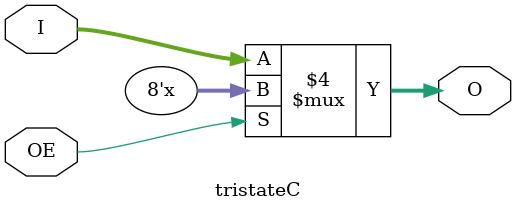
<source format=sv>
module tristateC (
  input wire OE,
  input wire [7:0] I,
  output reg [7:0] O
            );
  
always @(OE or I)
begin
    if (~OE)
        O = I;
    else
        O = 8'bZZZZZZZZ;
end
endmodule
</source>
